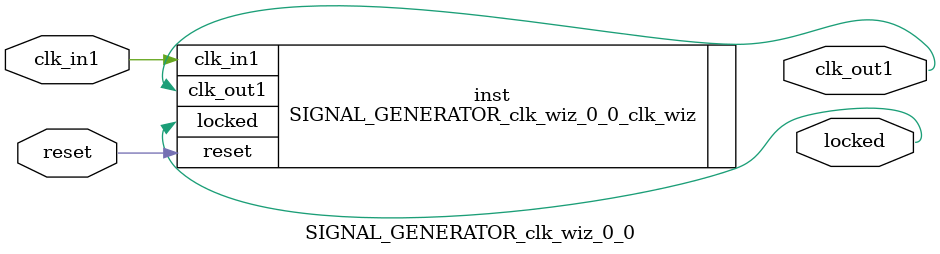
<source format=v>


`timescale 1ps/1ps

(* CORE_GENERATION_INFO = "SIGNAL_GENERATOR_clk_wiz_0_0,clk_wiz_v6_0_15_0_0,{component_name=SIGNAL_GENERATOR_clk_wiz_0_0,use_phase_alignment=true,use_min_o_jitter=false,use_max_i_jitter=false,use_dyn_phase_shift=false,use_inclk_switchover=false,use_dyn_reconfig=false,enable_axi=0,feedback_source=FDBK_AUTO,PRIMITIVE=MMCM,num_out_clk=1,clkin1_period=10.000,clkin2_period=10.000,use_power_down=false,use_reset=true,use_locked=true,use_inclk_stopped=false,feedback_type=SINGLE,CLOCK_MGR_TYPE=NA,manual_override=false}" *)

module SIGNAL_GENERATOR_clk_wiz_0_0 
 (
  // Clock out ports
  output        clk_out1,
  // Status and control signals
  input         reset,
  output        locked,
 // Clock in ports
  input         clk_in1
 );

  SIGNAL_GENERATOR_clk_wiz_0_0_clk_wiz inst
  (
  // Clock out ports  
  .clk_out1(clk_out1),
  // Status and control signals               
  .reset(reset), 
  .locked(locked),
 // Clock in ports
  .clk_in1(clk_in1)
  );

endmodule

</source>
